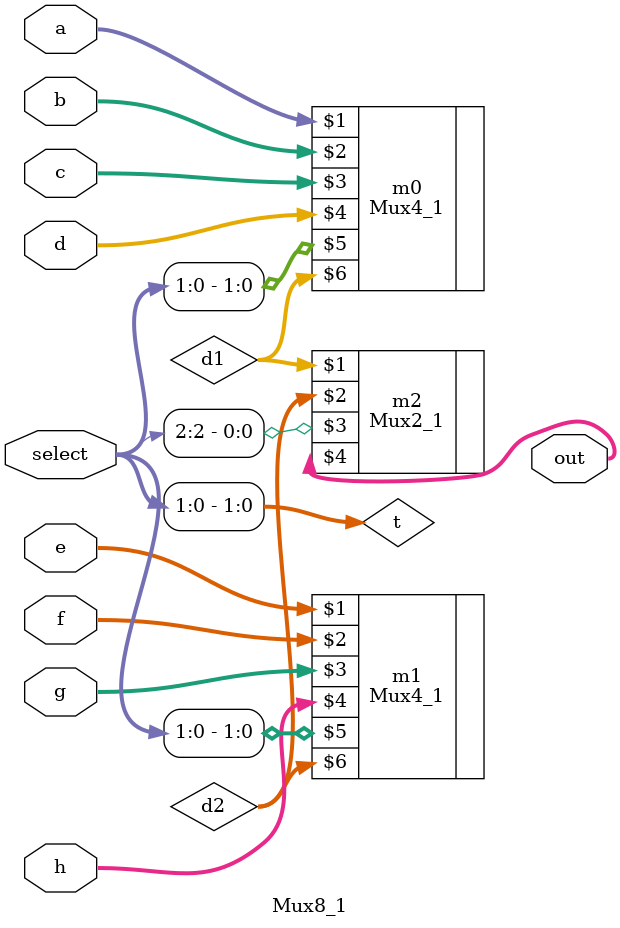
<source format=v>
`timescale 1ns / 1ps
module Mux8_1(input wire[31:0] a,input wire [31:0] b,input wire[31:0] c,input wire [31:0] d,
input wire [31:0] e,input wire [31:0] f,input wire [31:0] g,input wire [31:0] h,
input wire [2:0] select,output wire [31:0] out
    );
wire [31:0] d0,d1,d2,d3;
wire [1:0] t;
assign t[0] = select[0];
assign t[1] = select[1];
Mux4_1 m0(a,b,c,d,t,d1);
Mux4_1 m1(e,f,g,h,t,d2);
Mux2_1 m2(d1,d2,select[2],out);

endmodule

</source>
